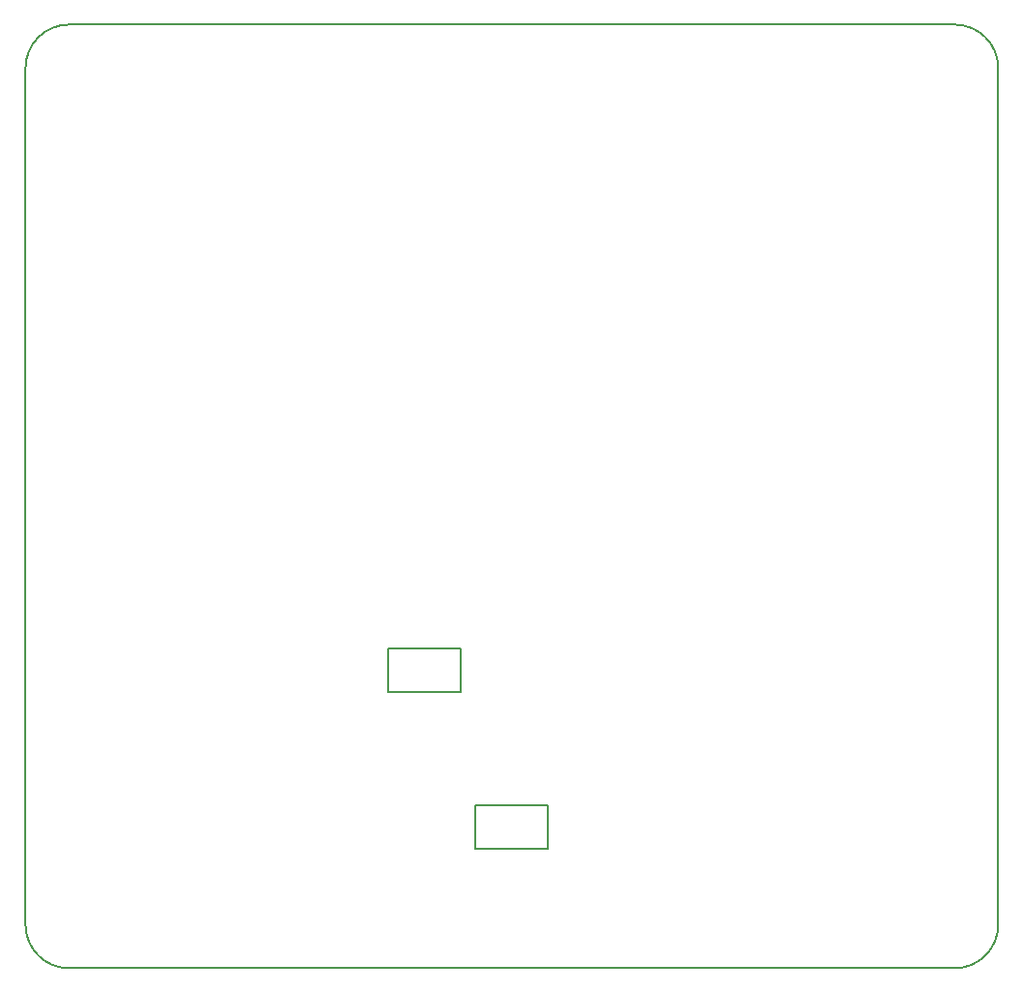
<source format=gbr>
G04 #@! TF.GenerationSoftware,KiCad,Pcbnew,5.1.4-e60b266~84~ubuntu18.04.1*
G04 #@! TF.CreationDate,2019-11-21T00:50:37-05:00*
G04 #@! TF.ProjectId,sensing_module_interface,73656e73-696e-4675-9f6d-6f64756c655f,rev?*
G04 #@! TF.SameCoordinates,Original*
G04 #@! TF.FileFunction,Profile,NP*
%FSLAX46Y46*%
G04 Gerber Fmt 4.6, Leading zero omitted, Abs format (unit mm)*
G04 Created by KiCad (PCBNEW 5.1.4-e60b266~84~ubuntu18.04.1) date 2019-11-21 00:50:37*
%MOMM*%
%LPD*%
G04 APERTURE LIST*
%ADD10C,0.200000*%
G04 APERTURE END LIST*
D10*
X124460000Y-111760000D02*
X124460000Y-115570000D01*
X118110000Y-115570000D02*
X118110000Y-111760000D01*
X121920000Y-111760000D02*
X124460000Y-111760000D01*
X124460000Y-115570000D02*
X118110000Y-115570000D01*
X118110000Y-111760000D02*
X121920000Y-111760000D01*
X125730000Y-129286000D02*
X125730000Y-125476000D01*
X132080000Y-129286000D02*
X125730000Y-129286000D01*
X132080000Y-125476000D02*
X132080000Y-129286000D01*
X129540000Y-125476000D02*
X132080000Y-125476000D01*
X125730000Y-125476000D02*
X129540000Y-125476000D01*
X171450000Y-135890001D02*
X171450000Y-60960000D01*
X167640000Y-57150000D02*
G75*
G02X171450000Y-60960000I0J-3810000D01*
G01*
X86360000Y-60960000D02*
X86360000Y-135890001D01*
X86360000Y-60960000D02*
G75*
G02X90170000Y-57150000I3810000J0D01*
G01*
X90169999Y-139700000D02*
X167640000Y-139700000D01*
X90169999Y-139700000D02*
G75*
G02X86360001Y-135890000I1J3809999D01*
G01*
X171449999Y-135890001D02*
G75*
G02X167640000Y-139700000I-3809999J0D01*
G01*
X167640000Y-57150000D02*
X90169999Y-57150000D01*
M02*

</source>
